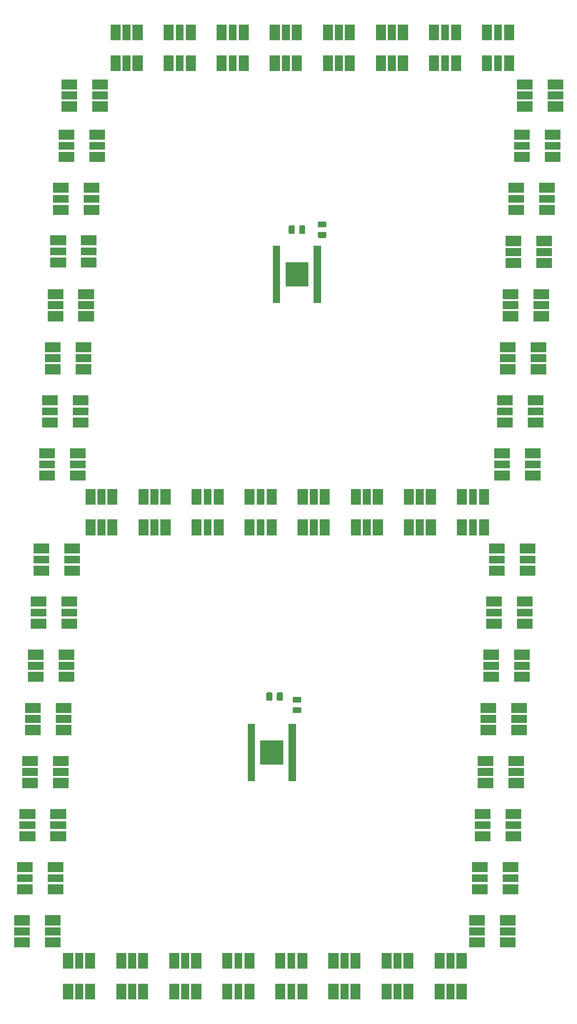
<source format=gbr>
G04 #@! TF.GenerationSoftware,KiCad,Pcbnew,(5.1.2)-1*
G04 #@! TF.CreationDate,2019-09-02T13:58:39+02:00*
G04 #@! TF.ProjectId,gross-kursiv2b,67726f73-732d-46b7-9572-73697632622e,rev?*
G04 #@! TF.SameCoordinates,Original*
G04 #@! TF.FileFunction,Soldermask,Top*
G04 #@! TF.FilePolarity,Negative*
%FSLAX46Y46*%
G04 Gerber Fmt 4.6, Leading zero omitted, Abs format (unit mm)*
G04 Created by KiCad (PCBNEW (5.1.2)-1) date 2019-09-02 13:58:39*
%MOMM*%
%LPD*%
G04 APERTURE LIST*
%ADD10C,0.100000*%
G04 APERTURE END LIST*
D10*
G36*
X68876000Y-192151000D02*
G01*
X67074000Y-192151000D01*
X67074000Y-189349000D01*
X68876000Y-189349000D01*
X68876000Y-192151000D01*
X68876000Y-192151000D01*
G37*
G36*
X83926000Y-192151000D02*
G01*
X82124000Y-192151000D01*
X82124000Y-189349000D01*
X83926000Y-189349000D01*
X83926000Y-192151000D01*
X83926000Y-192151000D01*
G37*
G36*
X112426000Y-192151000D02*
G01*
X110624000Y-192151000D01*
X110624000Y-189349000D01*
X112426000Y-189349000D01*
X112426000Y-192151000D01*
X112426000Y-192151000D01*
G37*
G36*
X116376000Y-192151000D02*
G01*
X114574000Y-192151000D01*
X114574000Y-189349000D01*
X116376000Y-189349000D01*
X116376000Y-192151000D01*
X116376000Y-192151000D01*
G37*
G36*
X106876000Y-192151000D02*
G01*
X105074000Y-192151000D01*
X105074000Y-189349000D01*
X106876000Y-189349000D01*
X106876000Y-192151000D01*
X106876000Y-192151000D01*
G37*
G36*
X104701000Y-192151000D02*
G01*
X103299000Y-192151000D01*
X103299000Y-189349000D01*
X104701000Y-189349000D01*
X104701000Y-192151000D01*
X104701000Y-192151000D01*
G37*
G36*
X102926000Y-192151000D02*
G01*
X101124000Y-192151000D01*
X101124000Y-189349000D01*
X102926000Y-189349000D01*
X102926000Y-192151000D01*
X102926000Y-192151000D01*
G37*
G36*
X97376000Y-192151000D02*
G01*
X95574000Y-192151000D01*
X95574000Y-189349000D01*
X97376000Y-189349000D01*
X97376000Y-192151000D01*
X97376000Y-192151000D01*
G37*
G36*
X95201000Y-192151000D02*
G01*
X93799000Y-192151000D01*
X93799000Y-189349000D01*
X95201000Y-189349000D01*
X95201000Y-192151000D01*
X95201000Y-192151000D01*
G37*
G36*
X93426000Y-192151000D02*
G01*
X91624000Y-192151000D01*
X91624000Y-189349000D01*
X93426000Y-189349000D01*
X93426000Y-192151000D01*
X93426000Y-192151000D01*
G37*
G36*
X87876000Y-192151000D02*
G01*
X86074000Y-192151000D01*
X86074000Y-189349000D01*
X87876000Y-189349000D01*
X87876000Y-192151000D01*
X87876000Y-192151000D01*
G37*
G36*
X85701000Y-192151000D02*
G01*
X84299000Y-192151000D01*
X84299000Y-189349000D01*
X85701000Y-189349000D01*
X85701000Y-192151000D01*
X85701000Y-192151000D01*
G37*
G36*
X114201000Y-192151000D02*
G01*
X112799000Y-192151000D01*
X112799000Y-189349000D01*
X114201000Y-189349000D01*
X114201000Y-192151000D01*
X114201000Y-192151000D01*
G37*
G36*
X47701000Y-192151000D02*
G01*
X46299000Y-192151000D01*
X46299000Y-189349000D01*
X47701000Y-189349000D01*
X47701000Y-192151000D01*
X47701000Y-192151000D01*
G37*
G36*
X49876000Y-192151000D02*
G01*
X48074000Y-192151000D01*
X48074000Y-189349000D01*
X49876000Y-189349000D01*
X49876000Y-192151000D01*
X49876000Y-192151000D01*
G37*
G36*
X66701000Y-192151000D02*
G01*
X65299000Y-192151000D01*
X65299000Y-189349000D01*
X66701000Y-189349000D01*
X66701000Y-192151000D01*
X66701000Y-192151000D01*
G37*
G36*
X64926000Y-192151000D02*
G01*
X63124000Y-192151000D01*
X63124000Y-189349000D01*
X64926000Y-189349000D01*
X64926000Y-192151000D01*
X64926000Y-192151000D01*
G37*
G36*
X78376000Y-192151000D02*
G01*
X76574000Y-192151000D01*
X76574000Y-189349000D01*
X78376000Y-189349000D01*
X78376000Y-192151000D01*
X78376000Y-192151000D01*
G37*
G36*
X76201000Y-192151000D02*
G01*
X74799000Y-192151000D01*
X74799000Y-189349000D01*
X76201000Y-189349000D01*
X76201000Y-192151000D01*
X76201000Y-192151000D01*
G37*
G36*
X74426000Y-192151000D02*
G01*
X72624000Y-192151000D01*
X72624000Y-189349000D01*
X74426000Y-189349000D01*
X74426000Y-192151000D01*
X74426000Y-192151000D01*
G37*
G36*
X55426000Y-192151000D02*
G01*
X53624000Y-192151000D01*
X53624000Y-189349000D01*
X55426000Y-189349000D01*
X55426000Y-192151000D01*
X55426000Y-192151000D01*
G37*
G36*
X57201000Y-192151000D02*
G01*
X55799000Y-192151000D01*
X55799000Y-189349000D01*
X57201000Y-189349000D01*
X57201000Y-192151000D01*
X57201000Y-192151000D01*
G37*
G36*
X59376000Y-192151000D02*
G01*
X57574000Y-192151000D01*
X57574000Y-189349000D01*
X59376000Y-189349000D01*
X59376000Y-192151000D01*
X59376000Y-192151000D01*
G37*
G36*
X45926000Y-192151000D02*
G01*
X44124000Y-192151000D01*
X44124000Y-189349000D01*
X45926000Y-189349000D01*
X45926000Y-192151000D01*
X45926000Y-192151000D01*
G37*
G36*
X85701000Y-186651000D02*
G01*
X84299000Y-186651000D01*
X84299000Y-183849000D01*
X85701000Y-183849000D01*
X85701000Y-186651000D01*
X85701000Y-186651000D01*
G37*
G36*
X87876000Y-186651000D02*
G01*
X86074000Y-186651000D01*
X86074000Y-183849000D01*
X87876000Y-183849000D01*
X87876000Y-186651000D01*
X87876000Y-186651000D01*
G37*
G36*
X45926000Y-186651000D02*
G01*
X44124000Y-186651000D01*
X44124000Y-183849000D01*
X45926000Y-183849000D01*
X45926000Y-186651000D01*
X45926000Y-186651000D01*
G37*
G36*
X47701000Y-186651000D02*
G01*
X46299000Y-186651000D01*
X46299000Y-183849000D01*
X47701000Y-183849000D01*
X47701000Y-186651000D01*
X47701000Y-186651000D01*
G37*
G36*
X49876000Y-186651000D02*
G01*
X48074000Y-186651000D01*
X48074000Y-183849000D01*
X49876000Y-183849000D01*
X49876000Y-186651000D01*
X49876000Y-186651000D01*
G37*
G36*
X55426000Y-186651000D02*
G01*
X53624000Y-186651000D01*
X53624000Y-183849000D01*
X55426000Y-183849000D01*
X55426000Y-186651000D01*
X55426000Y-186651000D01*
G37*
G36*
X57201000Y-186651000D02*
G01*
X55799000Y-186651000D01*
X55799000Y-183849000D01*
X57201000Y-183849000D01*
X57201000Y-186651000D01*
X57201000Y-186651000D01*
G37*
G36*
X78376000Y-186651000D02*
G01*
X76574000Y-186651000D01*
X76574000Y-183849000D01*
X78376000Y-183849000D01*
X78376000Y-186651000D01*
X78376000Y-186651000D01*
G37*
G36*
X76201000Y-186651000D02*
G01*
X74799000Y-186651000D01*
X74799000Y-183849000D01*
X76201000Y-183849000D01*
X76201000Y-186651000D01*
X76201000Y-186651000D01*
G37*
G36*
X74426000Y-186651000D02*
G01*
X72624000Y-186651000D01*
X72624000Y-183849000D01*
X74426000Y-183849000D01*
X74426000Y-186651000D01*
X74426000Y-186651000D01*
G37*
G36*
X66701000Y-186651000D02*
G01*
X65299000Y-186651000D01*
X65299000Y-183849000D01*
X66701000Y-183849000D01*
X66701000Y-186651000D01*
X66701000Y-186651000D01*
G37*
G36*
X64926000Y-186651000D02*
G01*
X63124000Y-186651000D01*
X63124000Y-183849000D01*
X64926000Y-183849000D01*
X64926000Y-186651000D01*
X64926000Y-186651000D01*
G37*
G36*
X97376000Y-186651000D02*
G01*
X95574000Y-186651000D01*
X95574000Y-183849000D01*
X97376000Y-183849000D01*
X97376000Y-186651000D01*
X97376000Y-186651000D01*
G37*
G36*
X95201000Y-186651000D02*
G01*
X93799000Y-186651000D01*
X93799000Y-183849000D01*
X95201000Y-183849000D01*
X95201000Y-186651000D01*
X95201000Y-186651000D01*
G37*
G36*
X93426000Y-186651000D02*
G01*
X91624000Y-186651000D01*
X91624000Y-183849000D01*
X93426000Y-183849000D01*
X93426000Y-186651000D01*
X93426000Y-186651000D01*
G37*
G36*
X59376000Y-186651000D02*
G01*
X57574000Y-186651000D01*
X57574000Y-183849000D01*
X59376000Y-183849000D01*
X59376000Y-186651000D01*
X59376000Y-186651000D01*
G37*
G36*
X116376000Y-186651000D02*
G01*
X114574000Y-186651000D01*
X114574000Y-183849000D01*
X116376000Y-183849000D01*
X116376000Y-186651000D01*
X116376000Y-186651000D01*
G37*
G36*
X102926000Y-186651000D02*
G01*
X101124000Y-186651000D01*
X101124000Y-183849000D01*
X102926000Y-183849000D01*
X102926000Y-186651000D01*
X102926000Y-186651000D01*
G37*
G36*
X104701000Y-186651000D02*
G01*
X103299000Y-186651000D01*
X103299000Y-183849000D01*
X104701000Y-183849000D01*
X104701000Y-186651000D01*
X104701000Y-186651000D01*
G37*
G36*
X106876000Y-186651000D02*
G01*
X105074000Y-186651000D01*
X105074000Y-183849000D01*
X106876000Y-183849000D01*
X106876000Y-186651000D01*
X106876000Y-186651000D01*
G37*
G36*
X114201000Y-186651000D02*
G01*
X112799000Y-186651000D01*
X112799000Y-183849000D01*
X114201000Y-183849000D01*
X114201000Y-186651000D01*
X114201000Y-186651000D01*
G37*
G36*
X68876000Y-186651000D02*
G01*
X67074000Y-186651000D01*
X67074000Y-183849000D01*
X68876000Y-183849000D01*
X68876000Y-186651000D01*
X68876000Y-186651000D01*
G37*
G36*
X112426000Y-186651000D02*
G01*
X110624000Y-186651000D01*
X110624000Y-183849000D01*
X112426000Y-183849000D01*
X112426000Y-186651000D01*
X112426000Y-186651000D01*
G37*
G36*
X83926000Y-186651000D02*
G01*
X82124000Y-186651000D01*
X82124000Y-183849000D01*
X83926000Y-183849000D01*
X83926000Y-186651000D01*
X83926000Y-186651000D01*
G37*
G36*
X38151000Y-182876000D02*
G01*
X35349000Y-182876000D01*
X35349000Y-181074000D01*
X38151000Y-181074000D01*
X38151000Y-182876000D01*
X38151000Y-182876000D01*
G37*
G36*
X43651000Y-182876000D02*
G01*
X40849000Y-182876000D01*
X40849000Y-181074000D01*
X43651000Y-181074000D01*
X43651000Y-182876000D01*
X43651000Y-182876000D01*
G37*
G36*
X125151000Y-182876000D02*
G01*
X122349000Y-182876000D01*
X122349000Y-181074000D01*
X125151000Y-181074000D01*
X125151000Y-182876000D01*
X125151000Y-182876000D01*
G37*
G36*
X119651000Y-182876000D02*
G01*
X116849000Y-182876000D01*
X116849000Y-181074000D01*
X119651000Y-181074000D01*
X119651000Y-182876000D01*
X119651000Y-182876000D01*
G37*
G36*
X43651000Y-180701000D02*
G01*
X40849000Y-180701000D01*
X40849000Y-179299000D01*
X43651000Y-179299000D01*
X43651000Y-180701000D01*
X43651000Y-180701000D01*
G37*
G36*
X125151000Y-180701000D02*
G01*
X122349000Y-180701000D01*
X122349000Y-179299000D01*
X125151000Y-179299000D01*
X125151000Y-180701000D01*
X125151000Y-180701000D01*
G37*
G36*
X119651000Y-180701000D02*
G01*
X116849000Y-180701000D01*
X116849000Y-179299000D01*
X119651000Y-179299000D01*
X119651000Y-180701000D01*
X119651000Y-180701000D01*
G37*
G36*
X38151000Y-180701000D02*
G01*
X35349000Y-180701000D01*
X35349000Y-179299000D01*
X38151000Y-179299000D01*
X38151000Y-180701000D01*
X38151000Y-180701000D01*
G37*
G36*
X119651000Y-178926000D02*
G01*
X116849000Y-178926000D01*
X116849000Y-177124000D01*
X119651000Y-177124000D01*
X119651000Y-178926000D01*
X119651000Y-178926000D01*
G37*
G36*
X38151000Y-178926000D02*
G01*
X35349000Y-178926000D01*
X35349000Y-177124000D01*
X38151000Y-177124000D01*
X38151000Y-178926000D01*
X38151000Y-178926000D01*
G37*
G36*
X43651000Y-178926000D02*
G01*
X40849000Y-178926000D01*
X40849000Y-177124000D01*
X43651000Y-177124000D01*
X43651000Y-178926000D01*
X43651000Y-178926000D01*
G37*
G36*
X125151000Y-178926000D02*
G01*
X122349000Y-178926000D01*
X122349000Y-177124000D01*
X125151000Y-177124000D01*
X125151000Y-178926000D01*
X125151000Y-178926000D01*
G37*
G36*
X44151000Y-173376000D02*
G01*
X41349000Y-173376000D01*
X41349000Y-171574000D01*
X44151000Y-171574000D01*
X44151000Y-173376000D01*
X44151000Y-173376000D01*
G37*
G36*
X38651000Y-173376000D02*
G01*
X35849000Y-173376000D01*
X35849000Y-171574000D01*
X38651000Y-171574000D01*
X38651000Y-173376000D01*
X38651000Y-173376000D01*
G37*
G36*
X125651000Y-173376000D02*
G01*
X122849000Y-173376000D01*
X122849000Y-171574000D01*
X125651000Y-171574000D01*
X125651000Y-173376000D01*
X125651000Y-173376000D01*
G37*
G36*
X120151000Y-173376000D02*
G01*
X117349000Y-173376000D01*
X117349000Y-171574000D01*
X120151000Y-171574000D01*
X120151000Y-173376000D01*
X120151000Y-173376000D01*
G37*
G36*
X44151000Y-171201000D02*
G01*
X41349000Y-171201000D01*
X41349000Y-169799000D01*
X44151000Y-169799000D01*
X44151000Y-171201000D01*
X44151000Y-171201000D01*
G37*
G36*
X38651000Y-171201000D02*
G01*
X35849000Y-171201000D01*
X35849000Y-169799000D01*
X38651000Y-169799000D01*
X38651000Y-171201000D01*
X38651000Y-171201000D01*
G37*
G36*
X125651000Y-171201000D02*
G01*
X122849000Y-171201000D01*
X122849000Y-169799000D01*
X125651000Y-169799000D01*
X125651000Y-171201000D01*
X125651000Y-171201000D01*
G37*
G36*
X120151000Y-171201000D02*
G01*
X117349000Y-171201000D01*
X117349000Y-169799000D01*
X120151000Y-169799000D01*
X120151000Y-171201000D01*
X120151000Y-171201000D01*
G37*
G36*
X120151000Y-169426000D02*
G01*
X117349000Y-169426000D01*
X117349000Y-167624000D01*
X120151000Y-167624000D01*
X120151000Y-169426000D01*
X120151000Y-169426000D01*
G37*
G36*
X38651000Y-169426000D02*
G01*
X35849000Y-169426000D01*
X35849000Y-167624000D01*
X38651000Y-167624000D01*
X38651000Y-169426000D01*
X38651000Y-169426000D01*
G37*
G36*
X44151000Y-169426000D02*
G01*
X41349000Y-169426000D01*
X41349000Y-167624000D01*
X44151000Y-167624000D01*
X44151000Y-169426000D01*
X44151000Y-169426000D01*
G37*
G36*
X125651000Y-169426000D02*
G01*
X122849000Y-169426000D01*
X122849000Y-167624000D01*
X125651000Y-167624000D01*
X125651000Y-169426000D01*
X125651000Y-169426000D01*
G37*
G36*
X120651000Y-163876000D02*
G01*
X117849000Y-163876000D01*
X117849000Y-162074000D01*
X120651000Y-162074000D01*
X120651000Y-163876000D01*
X120651000Y-163876000D01*
G37*
G36*
X126151000Y-163876000D02*
G01*
X123349000Y-163876000D01*
X123349000Y-162074000D01*
X126151000Y-162074000D01*
X126151000Y-163876000D01*
X126151000Y-163876000D01*
G37*
G36*
X39151000Y-163876000D02*
G01*
X36349000Y-163876000D01*
X36349000Y-162074000D01*
X39151000Y-162074000D01*
X39151000Y-163876000D01*
X39151000Y-163876000D01*
G37*
G36*
X44651000Y-163876000D02*
G01*
X41849000Y-163876000D01*
X41849000Y-162074000D01*
X44651000Y-162074000D01*
X44651000Y-163876000D01*
X44651000Y-163876000D01*
G37*
G36*
X44651000Y-161701000D02*
G01*
X41849000Y-161701000D01*
X41849000Y-160299000D01*
X44651000Y-160299000D01*
X44651000Y-161701000D01*
X44651000Y-161701000D01*
G37*
G36*
X39151000Y-161701000D02*
G01*
X36349000Y-161701000D01*
X36349000Y-160299000D01*
X39151000Y-160299000D01*
X39151000Y-161701000D01*
X39151000Y-161701000D01*
G37*
G36*
X120651000Y-161701000D02*
G01*
X117849000Y-161701000D01*
X117849000Y-160299000D01*
X120651000Y-160299000D01*
X120651000Y-161701000D01*
X120651000Y-161701000D01*
G37*
G36*
X126151000Y-161701000D02*
G01*
X123349000Y-161701000D01*
X123349000Y-160299000D01*
X126151000Y-160299000D01*
X126151000Y-161701000D01*
X126151000Y-161701000D01*
G37*
G36*
X126151000Y-159926000D02*
G01*
X123349000Y-159926000D01*
X123349000Y-158124000D01*
X126151000Y-158124000D01*
X126151000Y-159926000D01*
X126151000Y-159926000D01*
G37*
G36*
X120651000Y-159926000D02*
G01*
X117849000Y-159926000D01*
X117849000Y-158124000D01*
X120651000Y-158124000D01*
X120651000Y-159926000D01*
X120651000Y-159926000D01*
G37*
G36*
X44651000Y-159926000D02*
G01*
X41849000Y-159926000D01*
X41849000Y-158124000D01*
X44651000Y-158124000D01*
X44651000Y-159926000D01*
X44651000Y-159926000D01*
G37*
G36*
X39151000Y-159926000D02*
G01*
X36349000Y-159926000D01*
X36349000Y-158124000D01*
X39151000Y-158124000D01*
X39151000Y-159926000D01*
X39151000Y-159926000D01*
G37*
G36*
X45151000Y-154376000D02*
G01*
X42349000Y-154376000D01*
X42349000Y-152574000D01*
X45151000Y-152574000D01*
X45151000Y-154376000D01*
X45151000Y-154376000D01*
G37*
G36*
X39651000Y-154376000D02*
G01*
X36849000Y-154376000D01*
X36849000Y-152574000D01*
X39651000Y-152574000D01*
X39651000Y-154376000D01*
X39651000Y-154376000D01*
G37*
G36*
X126651000Y-154376000D02*
G01*
X123849000Y-154376000D01*
X123849000Y-152574000D01*
X126651000Y-152574000D01*
X126651000Y-154376000D01*
X126651000Y-154376000D01*
G37*
G36*
X121151000Y-154376000D02*
G01*
X118349000Y-154376000D01*
X118349000Y-152574000D01*
X121151000Y-152574000D01*
X121151000Y-154376000D01*
X121151000Y-154376000D01*
G37*
G36*
X78501000Y-153126000D02*
G01*
X77199000Y-153126000D01*
X77199000Y-142874000D01*
X78501000Y-142874000D01*
X78501000Y-153126000D01*
X78501000Y-153126000D01*
G37*
G36*
X85801000Y-153126000D02*
G01*
X84499000Y-153126000D01*
X84499000Y-142874000D01*
X85801000Y-142874000D01*
X85801000Y-153126000D01*
X85801000Y-153126000D01*
G37*
G36*
X45151000Y-152201000D02*
G01*
X42349000Y-152201000D01*
X42349000Y-150799000D01*
X45151000Y-150799000D01*
X45151000Y-152201000D01*
X45151000Y-152201000D01*
G37*
G36*
X39651000Y-152201000D02*
G01*
X36849000Y-152201000D01*
X36849000Y-150799000D01*
X39651000Y-150799000D01*
X39651000Y-152201000D01*
X39651000Y-152201000D01*
G37*
G36*
X121151000Y-152201000D02*
G01*
X118349000Y-152201000D01*
X118349000Y-150799000D01*
X121151000Y-150799000D01*
X121151000Y-152201000D01*
X121151000Y-152201000D01*
G37*
G36*
X126651000Y-152201000D02*
G01*
X123849000Y-152201000D01*
X123849000Y-150799000D01*
X126651000Y-150799000D01*
X126651000Y-152201000D01*
X126651000Y-152201000D01*
G37*
G36*
X45151000Y-150426000D02*
G01*
X42349000Y-150426000D01*
X42349000Y-148624000D01*
X45151000Y-148624000D01*
X45151000Y-150426000D01*
X45151000Y-150426000D01*
G37*
G36*
X39651000Y-150426000D02*
G01*
X36849000Y-150426000D01*
X36849000Y-148624000D01*
X39651000Y-148624000D01*
X39651000Y-150426000D01*
X39651000Y-150426000D01*
G37*
G36*
X126651000Y-150426000D02*
G01*
X123849000Y-150426000D01*
X123849000Y-148624000D01*
X126651000Y-148624000D01*
X126651000Y-150426000D01*
X126651000Y-150426000D01*
G37*
G36*
X121151000Y-150426000D02*
G01*
X118349000Y-150426000D01*
X118349000Y-148624000D01*
X121151000Y-148624000D01*
X121151000Y-150426000D01*
X121151000Y-150426000D01*
G37*
G36*
X83555000Y-150180000D02*
G01*
X79445000Y-150180000D01*
X79445000Y-145820000D01*
X83555000Y-145820000D01*
X83555000Y-150180000D01*
X83555000Y-150180000D01*
G37*
G36*
X121651000Y-144876000D02*
G01*
X118849000Y-144876000D01*
X118849000Y-143074000D01*
X121651000Y-143074000D01*
X121651000Y-144876000D01*
X121651000Y-144876000D01*
G37*
G36*
X127151000Y-144876000D02*
G01*
X124349000Y-144876000D01*
X124349000Y-143074000D01*
X127151000Y-143074000D01*
X127151000Y-144876000D01*
X127151000Y-144876000D01*
G37*
G36*
X40151000Y-144876000D02*
G01*
X37349000Y-144876000D01*
X37349000Y-143074000D01*
X40151000Y-143074000D01*
X40151000Y-144876000D01*
X40151000Y-144876000D01*
G37*
G36*
X45651000Y-144876000D02*
G01*
X42849000Y-144876000D01*
X42849000Y-143074000D01*
X45651000Y-143074000D01*
X45651000Y-144876000D01*
X45651000Y-144876000D01*
G37*
G36*
X121651000Y-142701000D02*
G01*
X118849000Y-142701000D01*
X118849000Y-141299000D01*
X121651000Y-141299000D01*
X121651000Y-142701000D01*
X121651000Y-142701000D01*
G37*
G36*
X127151000Y-142701000D02*
G01*
X124349000Y-142701000D01*
X124349000Y-141299000D01*
X127151000Y-141299000D01*
X127151000Y-142701000D01*
X127151000Y-142701000D01*
G37*
G36*
X40151000Y-142701000D02*
G01*
X37349000Y-142701000D01*
X37349000Y-141299000D01*
X40151000Y-141299000D01*
X40151000Y-142701000D01*
X40151000Y-142701000D01*
G37*
G36*
X45651000Y-142701000D02*
G01*
X42849000Y-142701000D01*
X42849000Y-141299000D01*
X45651000Y-141299000D01*
X45651000Y-142701000D01*
X45651000Y-142701000D01*
G37*
G36*
X86584468Y-139903565D02*
G01*
X86623138Y-139915296D01*
X86658777Y-139934346D01*
X86690017Y-139959983D01*
X86715654Y-139991223D01*
X86734704Y-140026862D01*
X86746435Y-140065532D01*
X86751000Y-140111888D01*
X86751000Y-140763112D01*
X86746435Y-140809468D01*
X86734704Y-140848138D01*
X86715654Y-140883777D01*
X86690017Y-140915017D01*
X86658777Y-140940654D01*
X86623138Y-140959704D01*
X86584468Y-140971435D01*
X86538112Y-140976000D01*
X85461888Y-140976000D01*
X85415532Y-140971435D01*
X85376862Y-140959704D01*
X85341223Y-140940654D01*
X85309983Y-140915017D01*
X85284346Y-140883777D01*
X85265296Y-140848138D01*
X85253565Y-140809468D01*
X85249000Y-140763112D01*
X85249000Y-140111888D01*
X85253565Y-140065532D01*
X85265296Y-140026862D01*
X85284346Y-139991223D01*
X85309983Y-139959983D01*
X85341223Y-139934346D01*
X85376862Y-139915296D01*
X85415532Y-139903565D01*
X85461888Y-139899000D01*
X86538112Y-139899000D01*
X86584468Y-139903565D01*
X86584468Y-139903565D01*
G37*
G36*
X121651000Y-140926000D02*
G01*
X118849000Y-140926000D01*
X118849000Y-139124000D01*
X121651000Y-139124000D01*
X121651000Y-140926000D01*
X121651000Y-140926000D01*
G37*
G36*
X127151000Y-140926000D02*
G01*
X124349000Y-140926000D01*
X124349000Y-139124000D01*
X127151000Y-139124000D01*
X127151000Y-140926000D01*
X127151000Y-140926000D01*
G37*
G36*
X40151000Y-140926000D02*
G01*
X37349000Y-140926000D01*
X37349000Y-139124000D01*
X40151000Y-139124000D01*
X40151000Y-140926000D01*
X40151000Y-140926000D01*
G37*
G36*
X45651000Y-140926000D02*
G01*
X42849000Y-140926000D01*
X42849000Y-139124000D01*
X45651000Y-139124000D01*
X45651000Y-140926000D01*
X45651000Y-140926000D01*
G37*
G36*
X86584468Y-138028565D02*
G01*
X86623138Y-138040296D01*
X86658777Y-138059346D01*
X86690017Y-138084983D01*
X86715654Y-138116223D01*
X86734704Y-138151862D01*
X86746435Y-138190532D01*
X86751000Y-138236888D01*
X86751000Y-138888112D01*
X86746435Y-138934468D01*
X86734704Y-138973138D01*
X86715654Y-139008777D01*
X86690017Y-139040017D01*
X86658777Y-139065654D01*
X86623138Y-139084704D01*
X86584468Y-139096435D01*
X86538112Y-139101000D01*
X85461888Y-139101000D01*
X85415532Y-139096435D01*
X85376862Y-139084704D01*
X85341223Y-139065654D01*
X85309983Y-139040017D01*
X85284346Y-139008777D01*
X85265296Y-138973138D01*
X85253565Y-138934468D01*
X85249000Y-138888112D01*
X85249000Y-138236888D01*
X85253565Y-138190532D01*
X85265296Y-138151862D01*
X85284346Y-138116223D01*
X85309983Y-138084983D01*
X85341223Y-138059346D01*
X85376862Y-138040296D01*
X85415532Y-138028565D01*
X85461888Y-138024000D01*
X86538112Y-138024000D01*
X86584468Y-138028565D01*
X86584468Y-138028565D01*
G37*
G36*
X83309468Y-137253565D02*
G01*
X83348138Y-137265296D01*
X83383777Y-137284346D01*
X83415017Y-137309983D01*
X83440654Y-137341223D01*
X83459704Y-137376862D01*
X83471435Y-137415532D01*
X83476000Y-137461888D01*
X83476000Y-138538112D01*
X83471435Y-138584468D01*
X83459704Y-138623138D01*
X83440654Y-138658777D01*
X83415017Y-138690017D01*
X83383777Y-138715654D01*
X83348138Y-138734704D01*
X83309468Y-138746435D01*
X83263112Y-138751000D01*
X82611888Y-138751000D01*
X82565532Y-138746435D01*
X82526862Y-138734704D01*
X82491223Y-138715654D01*
X82459983Y-138690017D01*
X82434346Y-138658777D01*
X82415296Y-138623138D01*
X82403565Y-138584468D01*
X82399000Y-138538112D01*
X82399000Y-137461888D01*
X82403565Y-137415532D01*
X82415296Y-137376862D01*
X82434346Y-137341223D01*
X82459983Y-137309983D01*
X82491223Y-137284346D01*
X82526862Y-137265296D01*
X82565532Y-137253565D01*
X82611888Y-137249000D01*
X83263112Y-137249000D01*
X83309468Y-137253565D01*
X83309468Y-137253565D01*
G37*
G36*
X81434468Y-137253565D02*
G01*
X81473138Y-137265296D01*
X81508777Y-137284346D01*
X81540017Y-137309983D01*
X81565654Y-137341223D01*
X81584704Y-137376862D01*
X81596435Y-137415532D01*
X81601000Y-137461888D01*
X81601000Y-138538112D01*
X81596435Y-138584468D01*
X81584704Y-138623138D01*
X81565654Y-138658777D01*
X81540017Y-138690017D01*
X81508777Y-138715654D01*
X81473138Y-138734704D01*
X81434468Y-138746435D01*
X81388112Y-138751000D01*
X80736888Y-138751000D01*
X80690532Y-138746435D01*
X80651862Y-138734704D01*
X80616223Y-138715654D01*
X80584983Y-138690017D01*
X80559346Y-138658777D01*
X80540296Y-138623138D01*
X80528565Y-138584468D01*
X80524000Y-138538112D01*
X80524000Y-137461888D01*
X80528565Y-137415532D01*
X80540296Y-137376862D01*
X80559346Y-137341223D01*
X80584983Y-137309983D01*
X80616223Y-137284346D01*
X80651862Y-137265296D01*
X80690532Y-137253565D01*
X80736888Y-137249000D01*
X81388112Y-137249000D01*
X81434468Y-137253565D01*
X81434468Y-137253565D01*
G37*
G36*
X46151000Y-135376000D02*
G01*
X43349000Y-135376000D01*
X43349000Y-133574000D01*
X46151000Y-133574000D01*
X46151000Y-135376000D01*
X46151000Y-135376000D01*
G37*
G36*
X40651000Y-135376000D02*
G01*
X37849000Y-135376000D01*
X37849000Y-133574000D01*
X40651000Y-133574000D01*
X40651000Y-135376000D01*
X40651000Y-135376000D01*
G37*
G36*
X122151000Y-135376000D02*
G01*
X119349000Y-135376000D01*
X119349000Y-133574000D01*
X122151000Y-133574000D01*
X122151000Y-135376000D01*
X122151000Y-135376000D01*
G37*
G36*
X127651000Y-135376000D02*
G01*
X124849000Y-135376000D01*
X124849000Y-133574000D01*
X127651000Y-133574000D01*
X127651000Y-135376000D01*
X127651000Y-135376000D01*
G37*
G36*
X46151000Y-133201000D02*
G01*
X43349000Y-133201000D01*
X43349000Y-131799000D01*
X46151000Y-131799000D01*
X46151000Y-133201000D01*
X46151000Y-133201000D01*
G37*
G36*
X40651000Y-133201000D02*
G01*
X37849000Y-133201000D01*
X37849000Y-131799000D01*
X40651000Y-131799000D01*
X40651000Y-133201000D01*
X40651000Y-133201000D01*
G37*
G36*
X127651000Y-133201000D02*
G01*
X124849000Y-133201000D01*
X124849000Y-131799000D01*
X127651000Y-131799000D01*
X127651000Y-133201000D01*
X127651000Y-133201000D01*
G37*
G36*
X122151000Y-133201000D02*
G01*
X119349000Y-133201000D01*
X119349000Y-131799000D01*
X122151000Y-131799000D01*
X122151000Y-133201000D01*
X122151000Y-133201000D01*
G37*
G36*
X122151000Y-131426000D02*
G01*
X119349000Y-131426000D01*
X119349000Y-129624000D01*
X122151000Y-129624000D01*
X122151000Y-131426000D01*
X122151000Y-131426000D01*
G37*
G36*
X127651000Y-131426000D02*
G01*
X124849000Y-131426000D01*
X124849000Y-129624000D01*
X127651000Y-129624000D01*
X127651000Y-131426000D01*
X127651000Y-131426000D01*
G37*
G36*
X46151000Y-131426000D02*
G01*
X43349000Y-131426000D01*
X43349000Y-129624000D01*
X46151000Y-129624000D01*
X46151000Y-131426000D01*
X46151000Y-131426000D01*
G37*
G36*
X40651000Y-131426000D02*
G01*
X37849000Y-131426000D01*
X37849000Y-129624000D01*
X40651000Y-129624000D01*
X40651000Y-131426000D01*
X40651000Y-131426000D01*
G37*
G36*
X128151000Y-125876000D02*
G01*
X125349000Y-125876000D01*
X125349000Y-124074000D01*
X128151000Y-124074000D01*
X128151000Y-125876000D01*
X128151000Y-125876000D01*
G37*
G36*
X122651000Y-125876000D02*
G01*
X119849000Y-125876000D01*
X119849000Y-124074000D01*
X122651000Y-124074000D01*
X122651000Y-125876000D01*
X122651000Y-125876000D01*
G37*
G36*
X46651000Y-125876000D02*
G01*
X43849000Y-125876000D01*
X43849000Y-124074000D01*
X46651000Y-124074000D01*
X46651000Y-125876000D01*
X46651000Y-125876000D01*
G37*
G36*
X41151000Y-125876000D02*
G01*
X38349000Y-125876000D01*
X38349000Y-124074000D01*
X41151000Y-124074000D01*
X41151000Y-125876000D01*
X41151000Y-125876000D01*
G37*
G36*
X46651000Y-123701000D02*
G01*
X43849000Y-123701000D01*
X43849000Y-122299000D01*
X46651000Y-122299000D01*
X46651000Y-123701000D01*
X46651000Y-123701000D01*
G37*
G36*
X128151000Y-123701000D02*
G01*
X125349000Y-123701000D01*
X125349000Y-122299000D01*
X128151000Y-122299000D01*
X128151000Y-123701000D01*
X128151000Y-123701000D01*
G37*
G36*
X122651000Y-123701000D02*
G01*
X119849000Y-123701000D01*
X119849000Y-122299000D01*
X122651000Y-122299000D01*
X122651000Y-123701000D01*
X122651000Y-123701000D01*
G37*
G36*
X41151000Y-123701000D02*
G01*
X38349000Y-123701000D01*
X38349000Y-122299000D01*
X41151000Y-122299000D01*
X41151000Y-123701000D01*
X41151000Y-123701000D01*
G37*
G36*
X46651000Y-121926000D02*
G01*
X43849000Y-121926000D01*
X43849000Y-120124000D01*
X46651000Y-120124000D01*
X46651000Y-121926000D01*
X46651000Y-121926000D01*
G37*
G36*
X128151000Y-121926000D02*
G01*
X125349000Y-121926000D01*
X125349000Y-120124000D01*
X128151000Y-120124000D01*
X128151000Y-121926000D01*
X128151000Y-121926000D01*
G37*
G36*
X122651000Y-121926000D02*
G01*
X119849000Y-121926000D01*
X119849000Y-120124000D01*
X122651000Y-120124000D01*
X122651000Y-121926000D01*
X122651000Y-121926000D01*
G37*
G36*
X41151000Y-121926000D02*
G01*
X38349000Y-121926000D01*
X38349000Y-120124000D01*
X41151000Y-120124000D01*
X41151000Y-121926000D01*
X41151000Y-121926000D01*
G37*
G36*
X41651000Y-116376000D02*
G01*
X38849000Y-116376000D01*
X38849000Y-114574000D01*
X41651000Y-114574000D01*
X41651000Y-116376000D01*
X41651000Y-116376000D01*
G37*
G36*
X47151000Y-116376000D02*
G01*
X44349000Y-116376000D01*
X44349000Y-114574000D01*
X47151000Y-114574000D01*
X47151000Y-116376000D01*
X47151000Y-116376000D01*
G37*
G36*
X123151000Y-116376000D02*
G01*
X120349000Y-116376000D01*
X120349000Y-114574000D01*
X123151000Y-114574000D01*
X123151000Y-116376000D01*
X123151000Y-116376000D01*
G37*
G36*
X128651000Y-116376000D02*
G01*
X125849000Y-116376000D01*
X125849000Y-114574000D01*
X128651000Y-114574000D01*
X128651000Y-116376000D01*
X128651000Y-116376000D01*
G37*
G36*
X41651000Y-114201000D02*
G01*
X38849000Y-114201000D01*
X38849000Y-112799000D01*
X41651000Y-112799000D01*
X41651000Y-114201000D01*
X41651000Y-114201000D01*
G37*
G36*
X47151000Y-114201000D02*
G01*
X44349000Y-114201000D01*
X44349000Y-112799000D01*
X47151000Y-112799000D01*
X47151000Y-114201000D01*
X47151000Y-114201000D01*
G37*
G36*
X128651000Y-114201000D02*
G01*
X125849000Y-114201000D01*
X125849000Y-112799000D01*
X128651000Y-112799000D01*
X128651000Y-114201000D01*
X128651000Y-114201000D01*
G37*
G36*
X123151000Y-114201000D02*
G01*
X120349000Y-114201000D01*
X120349000Y-112799000D01*
X123151000Y-112799000D01*
X123151000Y-114201000D01*
X123151000Y-114201000D01*
G37*
G36*
X123151000Y-112426000D02*
G01*
X120349000Y-112426000D01*
X120349000Y-110624000D01*
X123151000Y-110624000D01*
X123151000Y-112426000D01*
X123151000Y-112426000D01*
G37*
G36*
X128651000Y-112426000D02*
G01*
X125849000Y-112426000D01*
X125849000Y-110624000D01*
X128651000Y-110624000D01*
X128651000Y-112426000D01*
X128651000Y-112426000D01*
G37*
G36*
X41651000Y-112426000D02*
G01*
X38849000Y-112426000D01*
X38849000Y-110624000D01*
X41651000Y-110624000D01*
X41651000Y-112426000D01*
X41651000Y-112426000D01*
G37*
G36*
X47151000Y-112426000D02*
G01*
X44349000Y-112426000D01*
X44349000Y-110624000D01*
X47151000Y-110624000D01*
X47151000Y-112426000D01*
X47151000Y-112426000D01*
G37*
G36*
X80201000Y-109151000D02*
G01*
X78799000Y-109151000D01*
X78799000Y-106349000D01*
X80201000Y-106349000D01*
X80201000Y-109151000D01*
X80201000Y-109151000D01*
G37*
G36*
X118201000Y-109151000D02*
G01*
X116799000Y-109151000D01*
X116799000Y-106349000D01*
X118201000Y-106349000D01*
X118201000Y-109151000D01*
X118201000Y-109151000D01*
G37*
G36*
X89701000Y-109151000D02*
G01*
X88299000Y-109151000D01*
X88299000Y-106349000D01*
X89701000Y-106349000D01*
X89701000Y-109151000D01*
X89701000Y-109151000D01*
G37*
G36*
X91876000Y-109151000D02*
G01*
X90074000Y-109151000D01*
X90074000Y-106349000D01*
X91876000Y-106349000D01*
X91876000Y-109151000D01*
X91876000Y-109151000D01*
G37*
G36*
X97426000Y-109151000D02*
G01*
X95624000Y-109151000D01*
X95624000Y-106349000D01*
X97426000Y-106349000D01*
X97426000Y-109151000D01*
X97426000Y-109151000D01*
G37*
G36*
X99201000Y-109151000D02*
G01*
X97799000Y-109151000D01*
X97799000Y-106349000D01*
X99201000Y-106349000D01*
X99201000Y-109151000D01*
X99201000Y-109151000D01*
G37*
G36*
X101376000Y-109151000D02*
G01*
X99574000Y-109151000D01*
X99574000Y-106349000D01*
X101376000Y-106349000D01*
X101376000Y-109151000D01*
X101376000Y-109151000D01*
G37*
G36*
X106926000Y-109151000D02*
G01*
X105124000Y-109151000D01*
X105124000Y-106349000D01*
X106926000Y-106349000D01*
X106926000Y-109151000D01*
X106926000Y-109151000D01*
G37*
G36*
X108701000Y-109151000D02*
G01*
X107299000Y-109151000D01*
X107299000Y-106349000D01*
X108701000Y-106349000D01*
X108701000Y-109151000D01*
X108701000Y-109151000D01*
G37*
G36*
X110876000Y-109151000D02*
G01*
X109074000Y-109151000D01*
X109074000Y-106349000D01*
X110876000Y-106349000D01*
X110876000Y-109151000D01*
X110876000Y-109151000D01*
G37*
G36*
X116426000Y-109151000D02*
G01*
X114624000Y-109151000D01*
X114624000Y-106349000D01*
X116426000Y-106349000D01*
X116426000Y-109151000D01*
X116426000Y-109151000D01*
G37*
G36*
X87926000Y-109151000D02*
G01*
X86124000Y-109151000D01*
X86124000Y-106349000D01*
X87926000Y-106349000D01*
X87926000Y-109151000D01*
X87926000Y-109151000D01*
G37*
G36*
X63376000Y-109151000D02*
G01*
X61574000Y-109151000D01*
X61574000Y-106349000D01*
X63376000Y-106349000D01*
X63376000Y-109151000D01*
X63376000Y-109151000D01*
G37*
G36*
X61201000Y-109151000D02*
G01*
X59799000Y-109151000D01*
X59799000Y-106349000D01*
X61201000Y-106349000D01*
X61201000Y-109151000D01*
X61201000Y-109151000D01*
G37*
G36*
X59426000Y-109151000D02*
G01*
X57624000Y-109151000D01*
X57624000Y-106349000D01*
X59426000Y-106349000D01*
X59426000Y-109151000D01*
X59426000Y-109151000D01*
G37*
G36*
X70701000Y-109151000D02*
G01*
X69299000Y-109151000D01*
X69299000Y-106349000D01*
X70701000Y-106349000D01*
X70701000Y-109151000D01*
X70701000Y-109151000D01*
G37*
G36*
X68926000Y-109151000D02*
G01*
X67124000Y-109151000D01*
X67124000Y-106349000D01*
X68926000Y-106349000D01*
X68926000Y-109151000D01*
X68926000Y-109151000D01*
G37*
G36*
X82376000Y-109151000D02*
G01*
X80574000Y-109151000D01*
X80574000Y-106349000D01*
X82376000Y-106349000D01*
X82376000Y-109151000D01*
X82376000Y-109151000D01*
G37*
G36*
X78426000Y-109151000D02*
G01*
X76624000Y-109151000D01*
X76624000Y-106349000D01*
X78426000Y-106349000D01*
X78426000Y-109151000D01*
X78426000Y-109151000D01*
G37*
G36*
X49926000Y-109151000D02*
G01*
X48124000Y-109151000D01*
X48124000Y-106349000D01*
X49926000Y-106349000D01*
X49926000Y-109151000D01*
X49926000Y-109151000D01*
G37*
G36*
X51701000Y-109151000D02*
G01*
X50299000Y-109151000D01*
X50299000Y-106349000D01*
X51701000Y-106349000D01*
X51701000Y-109151000D01*
X51701000Y-109151000D01*
G37*
G36*
X120376000Y-109151000D02*
G01*
X118574000Y-109151000D01*
X118574000Y-106349000D01*
X120376000Y-106349000D01*
X120376000Y-109151000D01*
X120376000Y-109151000D01*
G37*
G36*
X53876000Y-109151000D02*
G01*
X52074000Y-109151000D01*
X52074000Y-106349000D01*
X53876000Y-106349000D01*
X53876000Y-109151000D01*
X53876000Y-109151000D01*
G37*
G36*
X72876000Y-109151000D02*
G01*
X71074000Y-109151000D01*
X71074000Y-106349000D01*
X72876000Y-106349000D01*
X72876000Y-109151000D01*
X72876000Y-109151000D01*
G37*
G36*
X97426000Y-103651000D02*
G01*
X95624000Y-103651000D01*
X95624000Y-100849000D01*
X97426000Y-100849000D01*
X97426000Y-103651000D01*
X97426000Y-103651000D01*
G37*
G36*
X91876000Y-103651000D02*
G01*
X90074000Y-103651000D01*
X90074000Y-100849000D01*
X91876000Y-100849000D01*
X91876000Y-103651000D01*
X91876000Y-103651000D01*
G37*
G36*
X89701000Y-103651000D02*
G01*
X88299000Y-103651000D01*
X88299000Y-100849000D01*
X89701000Y-100849000D01*
X89701000Y-103651000D01*
X89701000Y-103651000D01*
G37*
G36*
X87926000Y-103651000D02*
G01*
X86124000Y-103651000D01*
X86124000Y-100849000D01*
X87926000Y-100849000D01*
X87926000Y-103651000D01*
X87926000Y-103651000D01*
G37*
G36*
X101376000Y-103651000D02*
G01*
X99574000Y-103651000D01*
X99574000Y-100849000D01*
X101376000Y-100849000D01*
X101376000Y-103651000D01*
X101376000Y-103651000D01*
G37*
G36*
X106926000Y-103651000D02*
G01*
X105124000Y-103651000D01*
X105124000Y-100849000D01*
X106926000Y-100849000D01*
X106926000Y-103651000D01*
X106926000Y-103651000D01*
G37*
G36*
X120376000Y-103651000D02*
G01*
X118574000Y-103651000D01*
X118574000Y-100849000D01*
X120376000Y-100849000D01*
X120376000Y-103651000D01*
X120376000Y-103651000D01*
G37*
G36*
X118201000Y-103651000D02*
G01*
X116799000Y-103651000D01*
X116799000Y-100849000D01*
X118201000Y-100849000D01*
X118201000Y-103651000D01*
X118201000Y-103651000D01*
G37*
G36*
X116426000Y-103651000D02*
G01*
X114624000Y-103651000D01*
X114624000Y-100849000D01*
X116426000Y-100849000D01*
X116426000Y-103651000D01*
X116426000Y-103651000D01*
G37*
G36*
X110876000Y-103651000D02*
G01*
X109074000Y-103651000D01*
X109074000Y-100849000D01*
X110876000Y-100849000D01*
X110876000Y-103651000D01*
X110876000Y-103651000D01*
G37*
G36*
X108701000Y-103651000D02*
G01*
X107299000Y-103651000D01*
X107299000Y-100849000D01*
X108701000Y-100849000D01*
X108701000Y-103651000D01*
X108701000Y-103651000D01*
G37*
G36*
X61201000Y-103651000D02*
G01*
X59799000Y-103651000D01*
X59799000Y-100849000D01*
X61201000Y-100849000D01*
X61201000Y-103651000D01*
X61201000Y-103651000D01*
G37*
G36*
X51701000Y-103651000D02*
G01*
X50299000Y-103651000D01*
X50299000Y-100849000D01*
X51701000Y-100849000D01*
X51701000Y-103651000D01*
X51701000Y-103651000D01*
G37*
G36*
X99201000Y-103651000D02*
G01*
X97799000Y-103651000D01*
X97799000Y-100849000D01*
X99201000Y-100849000D01*
X99201000Y-103651000D01*
X99201000Y-103651000D01*
G37*
G36*
X63376000Y-103651000D02*
G01*
X61574000Y-103651000D01*
X61574000Y-100849000D01*
X63376000Y-100849000D01*
X63376000Y-103651000D01*
X63376000Y-103651000D01*
G37*
G36*
X68926000Y-103651000D02*
G01*
X67124000Y-103651000D01*
X67124000Y-100849000D01*
X68926000Y-100849000D01*
X68926000Y-103651000D01*
X68926000Y-103651000D01*
G37*
G36*
X59426000Y-103651000D02*
G01*
X57624000Y-103651000D01*
X57624000Y-100849000D01*
X59426000Y-100849000D01*
X59426000Y-103651000D01*
X59426000Y-103651000D01*
G37*
G36*
X53876000Y-103651000D02*
G01*
X52074000Y-103651000D01*
X52074000Y-100849000D01*
X53876000Y-100849000D01*
X53876000Y-103651000D01*
X53876000Y-103651000D01*
G37*
G36*
X82376000Y-103651000D02*
G01*
X80574000Y-103651000D01*
X80574000Y-100849000D01*
X82376000Y-100849000D01*
X82376000Y-103651000D01*
X82376000Y-103651000D01*
G37*
G36*
X78426000Y-103651000D02*
G01*
X76624000Y-103651000D01*
X76624000Y-100849000D01*
X78426000Y-100849000D01*
X78426000Y-103651000D01*
X78426000Y-103651000D01*
G37*
G36*
X49926000Y-103651000D02*
G01*
X48124000Y-103651000D01*
X48124000Y-100849000D01*
X49926000Y-100849000D01*
X49926000Y-103651000D01*
X49926000Y-103651000D01*
G37*
G36*
X72876000Y-103651000D02*
G01*
X71074000Y-103651000D01*
X71074000Y-100849000D01*
X72876000Y-100849000D01*
X72876000Y-103651000D01*
X72876000Y-103651000D01*
G37*
G36*
X70701000Y-103651000D02*
G01*
X69299000Y-103651000D01*
X69299000Y-100849000D01*
X70701000Y-100849000D01*
X70701000Y-103651000D01*
X70701000Y-103651000D01*
G37*
G36*
X80201000Y-103651000D02*
G01*
X78799000Y-103651000D01*
X78799000Y-100849000D01*
X80201000Y-100849000D01*
X80201000Y-103651000D01*
X80201000Y-103651000D01*
G37*
G36*
X48151000Y-99376000D02*
G01*
X45349000Y-99376000D01*
X45349000Y-97574000D01*
X48151000Y-97574000D01*
X48151000Y-99376000D01*
X48151000Y-99376000D01*
G37*
G36*
X42651000Y-99376000D02*
G01*
X39849000Y-99376000D01*
X39849000Y-97574000D01*
X42651000Y-97574000D01*
X42651000Y-99376000D01*
X42651000Y-99376000D01*
G37*
G36*
X124151000Y-99376000D02*
G01*
X121349000Y-99376000D01*
X121349000Y-97574000D01*
X124151000Y-97574000D01*
X124151000Y-99376000D01*
X124151000Y-99376000D01*
G37*
G36*
X129651000Y-99376000D02*
G01*
X126849000Y-99376000D01*
X126849000Y-97574000D01*
X129651000Y-97574000D01*
X129651000Y-99376000D01*
X129651000Y-99376000D01*
G37*
G36*
X48151000Y-97201000D02*
G01*
X45349000Y-97201000D01*
X45349000Y-95799000D01*
X48151000Y-95799000D01*
X48151000Y-97201000D01*
X48151000Y-97201000D01*
G37*
G36*
X129651000Y-97201000D02*
G01*
X126849000Y-97201000D01*
X126849000Y-95799000D01*
X129651000Y-95799000D01*
X129651000Y-97201000D01*
X129651000Y-97201000D01*
G37*
G36*
X124151000Y-97201000D02*
G01*
X121349000Y-97201000D01*
X121349000Y-95799000D01*
X124151000Y-95799000D01*
X124151000Y-97201000D01*
X124151000Y-97201000D01*
G37*
G36*
X42651000Y-97201000D02*
G01*
X39849000Y-97201000D01*
X39849000Y-95799000D01*
X42651000Y-95799000D01*
X42651000Y-97201000D01*
X42651000Y-97201000D01*
G37*
G36*
X124151000Y-95426000D02*
G01*
X121349000Y-95426000D01*
X121349000Y-93624000D01*
X124151000Y-93624000D01*
X124151000Y-95426000D01*
X124151000Y-95426000D01*
G37*
G36*
X129651000Y-95426000D02*
G01*
X126849000Y-95426000D01*
X126849000Y-93624000D01*
X129651000Y-93624000D01*
X129651000Y-95426000D01*
X129651000Y-95426000D01*
G37*
G36*
X42651000Y-95426000D02*
G01*
X39849000Y-95426000D01*
X39849000Y-93624000D01*
X42651000Y-93624000D01*
X42651000Y-95426000D01*
X42651000Y-95426000D01*
G37*
G36*
X48151000Y-95426000D02*
G01*
X45349000Y-95426000D01*
X45349000Y-93624000D01*
X48151000Y-93624000D01*
X48151000Y-95426000D01*
X48151000Y-95426000D01*
G37*
G36*
X124651000Y-89876000D02*
G01*
X121849000Y-89876000D01*
X121849000Y-88074000D01*
X124651000Y-88074000D01*
X124651000Y-89876000D01*
X124651000Y-89876000D01*
G37*
G36*
X130151000Y-89876000D02*
G01*
X127349000Y-89876000D01*
X127349000Y-88074000D01*
X130151000Y-88074000D01*
X130151000Y-89876000D01*
X130151000Y-89876000D01*
G37*
G36*
X48651000Y-89876000D02*
G01*
X45849000Y-89876000D01*
X45849000Y-88074000D01*
X48651000Y-88074000D01*
X48651000Y-89876000D01*
X48651000Y-89876000D01*
G37*
G36*
X43151000Y-89876000D02*
G01*
X40349000Y-89876000D01*
X40349000Y-88074000D01*
X43151000Y-88074000D01*
X43151000Y-89876000D01*
X43151000Y-89876000D01*
G37*
G36*
X130151000Y-87701000D02*
G01*
X127349000Y-87701000D01*
X127349000Y-86299000D01*
X130151000Y-86299000D01*
X130151000Y-87701000D01*
X130151000Y-87701000D01*
G37*
G36*
X43151000Y-87701000D02*
G01*
X40349000Y-87701000D01*
X40349000Y-86299000D01*
X43151000Y-86299000D01*
X43151000Y-87701000D01*
X43151000Y-87701000D01*
G37*
G36*
X48651000Y-87701000D02*
G01*
X45849000Y-87701000D01*
X45849000Y-86299000D01*
X48651000Y-86299000D01*
X48651000Y-87701000D01*
X48651000Y-87701000D01*
G37*
G36*
X124651000Y-87701000D02*
G01*
X121849000Y-87701000D01*
X121849000Y-86299000D01*
X124651000Y-86299000D01*
X124651000Y-87701000D01*
X124651000Y-87701000D01*
G37*
G36*
X43151000Y-85926000D02*
G01*
X40349000Y-85926000D01*
X40349000Y-84124000D01*
X43151000Y-84124000D01*
X43151000Y-85926000D01*
X43151000Y-85926000D01*
G37*
G36*
X48651000Y-85926000D02*
G01*
X45849000Y-85926000D01*
X45849000Y-84124000D01*
X48651000Y-84124000D01*
X48651000Y-85926000D01*
X48651000Y-85926000D01*
G37*
G36*
X124651000Y-85926000D02*
G01*
X121849000Y-85926000D01*
X121849000Y-84124000D01*
X124651000Y-84124000D01*
X124651000Y-85926000D01*
X124651000Y-85926000D01*
G37*
G36*
X130151000Y-85926000D02*
G01*
X127349000Y-85926000D01*
X127349000Y-84124000D01*
X130151000Y-84124000D01*
X130151000Y-85926000D01*
X130151000Y-85926000D01*
G37*
G36*
X49151000Y-80376000D02*
G01*
X46349000Y-80376000D01*
X46349000Y-78574000D01*
X49151000Y-78574000D01*
X49151000Y-80376000D01*
X49151000Y-80376000D01*
G37*
G36*
X43651000Y-80376000D02*
G01*
X40849000Y-80376000D01*
X40849000Y-78574000D01*
X43651000Y-78574000D01*
X43651000Y-80376000D01*
X43651000Y-80376000D01*
G37*
G36*
X130651000Y-80376000D02*
G01*
X127849000Y-80376000D01*
X127849000Y-78574000D01*
X130651000Y-78574000D01*
X130651000Y-80376000D01*
X130651000Y-80376000D01*
G37*
G36*
X125151000Y-80376000D02*
G01*
X122349000Y-80376000D01*
X122349000Y-78574000D01*
X125151000Y-78574000D01*
X125151000Y-80376000D01*
X125151000Y-80376000D01*
G37*
G36*
X43651000Y-78201000D02*
G01*
X40849000Y-78201000D01*
X40849000Y-76799000D01*
X43651000Y-76799000D01*
X43651000Y-78201000D01*
X43651000Y-78201000D01*
G37*
G36*
X49151000Y-78201000D02*
G01*
X46349000Y-78201000D01*
X46349000Y-76799000D01*
X49151000Y-76799000D01*
X49151000Y-78201000D01*
X49151000Y-78201000D01*
G37*
G36*
X130651000Y-78201000D02*
G01*
X127849000Y-78201000D01*
X127849000Y-76799000D01*
X130651000Y-76799000D01*
X130651000Y-78201000D01*
X130651000Y-78201000D01*
G37*
G36*
X125151000Y-78201000D02*
G01*
X122349000Y-78201000D01*
X122349000Y-76799000D01*
X125151000Y-76799000D01*
X125151000Y-78201000D01*
X125151000Y-78201000D01*
G37*
G36*
X130651000Y-76426000D02*
G01*
X127849000Y-76426000D01*
X127849000Y-74624000D01*
X130651000Y-74624000D01*
X130651000Y-76426000D01*
X130651000Y-76426000D01*
G37*
G36*
X43651000Y-76426000D02*
G01*
X40849000Y-76426000D01*
X40849000Y-74624000D01*
X43651000Y-74624000D01*
X43651000Y-76426000D01*
X43651000Y-76426000D01*
G37*
G36*
X125151000Y-76426000D02*
G01*
X122349000Y-76426000D01*
X122349000Y-74624000D01*
X125151000Y-74624000D01*
X125151000Y-76426000D01*
X125151000Y-76426000D01*
G37*
G36*
X49151000Y-76426000D02*
G01*
X46349000Y-76426000D01*
X46349000Y-74624000D01*
X49151000Y-74624000D01*
X49151000Y-76426000D01*
X49151000Y-76426000D01*
G37*
G36*
X131151000Y-70876000D02*
G01*
X128349000Y-70876000D01*
X128349000Y-69074000D01*
X131151000Y-69074000D01*
X131151000Y-70876000D01*
X131151000Y-70876000D01*
G37*
G36*
X125651000Y-70876000D02*
G01*
X122849000Y-70876000D01*
X122849000Y-69074000D01*
X125651000Y-69074000D01*
X125651000Y-70876000D01*
X125651000Y-70876000D01*
G37*
G36*
X44151000Y-70876000D02*
G01*
X41349000Y-70876000D01*
X41349000Y-69074000D01*
X44151000Y-69074000D01*
X44151000Y-70876000D01*
X44151000Y-70876000D01*
G37*
G36*
X49651000Y-70876000D02*
G01*
X46849000Y-70876000D01*
X46849000Y-69074000D01*
X49651000Y-69074000D01*
X49651000Y-70876000D01*
X49651000Y-70876000D01*
G37*
G36*
X131151000Y-68701000D02*
G01*
X128349000Y-68701000D01*
X128349000Y-67299000D01*
X131151000Y-67299000D01*
X131151000Y-68701000D01*
X131151000Y-68701000D01*
G37*
G36*
X125651000Y-68701000D02*
G01*
X122849000Y-68701000D01*
X122849000Y-67299000D01*
X125651000Y-67299000D01*
X125651000Y-68701000D01*
X125651000Y-68701000D01*
G37*
G36*
X44151000Y-68701000D02*
G01*
X41349000Y-68701000D01*
X41349000Y-67299000D01*
X44151000Y-67299000D01*
X44151000Y-68701000D01*
X44151000Y-68701000D01*
G37*
G36*
X49651000Y-68701000D02*
G01*
X46849000Y-68701000D01*
X46849000Y-67299000D01*
X49651000Y-67299000D01*
X49651000Y-68701000D01*
X49651000Y-68701000D01*
G37*
G36*
X90301000Y-67626000D02*
G01*
X88999000Y-67626000D01*
X88999000Y-57374000D01*
X90301000Y-57374000D01*
X90301000Y-67626000D01*
X90301000Y-67626000D01*
G37*
G36*
X83001000Y-67626000D02*
G01*
X81699000Y-67626000D01*
X81699000Y-57374000D01*
X83001000Y-57374000D01*
X83001000Y-67626000D01*
X83001000Y-67626000D01*
G37*
G36*
X131151000Y-66926000D02*
G01*
X128349000Y-66926000D01*
X128349000Y-65124000D01*
X131151000Y-65124000D01*
X131151000Y-66926000D01*
X131151000Y-66926000D01*
G37*
G36*
X125651000Y-66926000D02*
G01*
X122849000Y-66926000D01*
X122849000Y-65124000D01*
X125651000Y-65124000D01*
X125651000Y-66926000D01*
X125651000Y-66926000D01*
G37*
G36*
X44151000Y-66926000D02*
G01*
X41349000Y-66926000D01*
X41349000Y-65124000D01*
X44151000Y-65124000D01*
X44151000Y-66926000D01*
X44151000Y-66926000D01*
G37*
G36*
X49651000Y-66926000D02*
G01*
X46849000Y-66926000D01*
X46849000Y-65124000D01*
X49651000Y-65124000D01*
X49651000Y-66926000D01*
X49651000Y-66926000D01*
G37*
G36*
X88055000Y-64680000D02*
G01*
X83945000Y-64680000D01*
X83945000Y-60320000D01*
X88055000Y-60320000D01*
X88055000Y-64680000D01*
X88055000Y-64680000D01*
G37*
G36*
X131651000Y-61376000D02*
G01*
X128849000Y-61376000D01*
X128849000Y-59574000D01*
X131651000Y-59574000D01*
X131651000Y-61376000D01*
X131651000Y-61376000D01*
G37*
G36*
X126151000Y-61376000D02*
G01*
X123349000Y-61376000D01*
X123349000Y-59574000D01*
X126151000Y-59574000D01*
X126151000Y-61376000D01*
X126151000Y-61376000D01*
G37*
G36*
X44651000Y-61276000D02*
G01*
X41849000Y-61276000D01*
X41849000Y-59474000D01*
X44651000Y-59474000D01*
X44651000Y-61276000D01*
X44651000Y-61276000D01*
G37*
G36*
X50151000Y-61276000D02*
G01*
X47349000Y-61276000D01*
X47349000Y-59474000D01*
X50151000Y-59474000D01*
X50151000Y-61276000D01*
X50151000Y-61276000D01*
G37*
G36*
X131651000Y-59201000D02*
G01*
X128849000Y-59201000D01*
X128849000Y-57799000D01*
X131651000Y-57799000D01*
X131651000Y-59201000D01*
X131651000Y-59201000D01*
G37*
G36*
X126151000Y-59201000D02*
G01*
X123349000Y-59201000D01*
X123349000Y-57799000D01*
X126151000Y-57799000D01*
X126151000Y-59201000D01*
X126151000Y-59201000D01*
G37*
G36*
X44651000Y-59101000D02*
G01*
X41849000Y-59101000D01*
X41849000Y-57699000D01*
X44651000Y-57699000D01*
X44651000Y-59101000D01*
X44651000Y-59101000D01*
G37*
G36*
X50151000Y-59101000D02*
G01*
X47349000Y-59101000D01*
X47349000Y-57699000D01*
X50151000Y-57699000D01*
X50151000Y-59101000D01*
X50151000Y-59101000D01*
G37*
G36*
X131651000Y-57426000D02*
G01*
X128849000Y-57426000D01*
X128849000Y-55624000D01*
X131651000Y-55624000D01*
X131651000Y-57426000D01*
X131651000Y-57426000D01*
G37*
G36*
X126151000Y-57426000D02*
G01*
X123349000Y-57426000D01*
X123349000Y-55624000D01*
X126151000Y-55624000D01*
X126151000Y-57426000D01*
X126151000Y-57426000D01*
G37*
G36*
X44651000Y-57326000D02*
G01*
X41849000Y-57326000D01*
X41849000Y-55524000D01*
X44651000Y-55524000D01*
X44651000Y-57326000D01*
X44651000Y-57326000D01*
G37*
G36*
X50151000Y-57326000D02*
G01*
X47349000Y-57326000D01*
X47349000Y-55524000D01*
X50151000Y-55524000D01*
X50151000Y-57326000D01*
X50151000Y-57326000D01*
G37*
G36*
X91084468Y-54903565D02*
G01*
X91123138Y-54915296D01*
X91158777Y-54934346D01*
X91190017Y-54959983D01*
X91215654Y-54991223D01*
X91234704Y-55026862D01*
X91246435Y-55065532D01*
X91251000Y-55111888D01*
X91251000Y-55763112D01*
X91246435Y-55809468D01*
X91234704Y-55848138D01*
X91215654Y-55883777D01*
X91190017Y-55915017D01*
X91158777Y-55940654D01*
X91123138Y-55959704D01*
X91084468Y-55971435D01*
X91038112Y-55976000D01*
X89961888Y-55976000D01*
X89915532Y-55971435D01*
X89876862Y-55959704D01*
X89841223Y-55940654D01*
X89809983Y-55915017D01*
X89784346Y-55883777D01*
X89765296Y-55848138D01*
X89753565Y-55809468D01*
X89749000Y-55763112D01*
X89749000Y-55111888D01*
X89753565Y-55065532D01*
X89765296Y-55026862D01*
X89784346Y-54991223D01*
X89809983Y-54959983D01*
X89841223Y-54934346D01*
X89876862Y-54915296D01*
X89915532Y-54903565D01*
X89961888Y-54899000D01*
X91038112Y-54899000D01*
X91084468Y-54903565D01*
X91084468Y-54903565D01*
G37*
G36*
X87309468Y-53753565D02*
G01*
X87348138Y-53765296D01*
X87383777Y-53784346D01*
X87415017Y-53809983D01*
X87440654Y-53841223D01*
X87459704Y-53876862D01*
X87471435Y-53915532D01*
X87476000Y-53961888D01*
X87476000Y-55038112D01*
X87471435Y-55084468D01*
X87459704Y-55123138D01*
X87440654Y-55158777D01*
X87415017Y-55190017D01*
X87383777Y-55215654D01*
X87348138Y-55234704D01*
X87309468Y-55246435D01*
X87263112Y-55251000D01*
X86611888Y-55251000D01*
X86565532Y-55246435D01*
X86526862Y-55234704D01*
X86491223Y-55215654D01*
X86459983Y-55190017D01*
X86434346Y-55158777D01*
X86415296Y-55123138D01*
X86403565Y-55084468D01*
X86399000Y-55038112D01*
X86399000Y-53961888D01*
X86403565Y-53915532D01*
X86415296Y-53876862D01*
X86434346Y-53841223D01*
X86459983Y-53809983D01*
X86491223Y-53784346D01*
X86526862Y-53765296D01*
X86565532Y-53753565D01*
X86611888Y-53749000D01*
X87263112Y-53749000D01*
X87309468Y-53753565D01*
X87309468Y-53753565D01*
G37*
G36*
X85434468Y-53753565D02*
G01*
X85473138Y-53765296D01*
X85508777Y-53784346D01*
X85540017Y-53809983D01*
X85565654Y-53841223D01*
X85584704Y-53876862D01*
X85596435Y-53915532D01*
X85601000Y-53961888D01*
X85601000Y-55038112D01*
X85596435Y-55084468D01*
X85584704Y-55123138D01*
X85565654Y-55158777D01*
X85540017Y-55190017D01*
X85508777Y-55215654D01*
X85473138Y-55234704D01*
X85434468Y-55246435D01*
X85388112Y-55251000D01*
X84736888Y-55251000D01*
X84690532Y-55246435D01*
X84651862Y-55234704D01*
X84616223Y-55215654D01*
X84584983Y-55190017D01*
X84559346Y-55158777D01*
X84540296Y-55123138D01*
X84528565Y-55084468D01*
X84524000Y-55038112D01*
X84524000Y-53961888D01*
X84528565Y-53915532D01*
X84540296Y-53876862D01*
X84559346Y-53841223D01*
X84584983Y-53809983D01*
X84616223Y-53784346D01*
X84651862Y-53765296D01*
X84690532Y-53753565D01*
X84736888Y-53749000D01*
X85388112Y-53749000D01*
X85434468Y-53753565D01*
X85434468Y-53753565D01*
G37*
G36*
X91084468Y-53028565D02*
G01*
X91123138Y-53040296D01*
X91158777Y-53059346D01*
X91190017Y-53084983D01*
X91215654Y-53116223D01*
X91234704Y-53151862D01*
X91246435Y-53190532D01*
X91251000Y-53236888D01*
X91251000Y-53888112D01*
X91246435Y-53934468D01*
X91234704Y-53973138D01*
X91215654Y-54008777D01*
X91190017Y-54040017D01*
X91158777Y-54065654D01*
X91123138Y-54084704D01*
X91084468Y-54096435D01*
X91038112Y-54101000D01*
X89961888Y-54101000D01*
X89915532Y-54096435D01*
X89876862Y-54084704D01*
X89841223Y-54065654D01*
X89809983Y-54040017D01*
X89784346Y-54008777D01*
X89765296Y-53973138D01*
X89753565Y-53934468D01*
X89749000Y-53888112D01*
X89749000Y-53236888D01*
X89753565Y-53190532D01*
X89765296Y-53151862D01*
X89784346Y-53116223D01*
X89809983Y-53084983D01*
X89841223Y-53059346D01*
X89876862Y-53040296D01*
X89915532Y-53028565D01*
X89961888Y-53024000D01*
X91038112Y-53024000D01*
X91084468Y-53028565D01*
X91084468Y-53028565D01*
G37*
G36*
X126651000Y-51876000D02*
G01*
X123849000Y-51876000D01*
X123849000Y-50074000D01*
X126651000Y-50074000D01*
X126651000Y-51876000D01*
X126651000Y-51876000D01*
G37*
G36*
X132151000Y-51876000D02*
G01*
X129349000Y-51876000D01*
X129349000Y-50074000D01*
X132151000Y-50074000D01*
X132151000Y-51876000D01*
X132151000Y-51876000D01*
G37*
G36*
X45151000Y-51876000D02*
G01*
X42349000Y-51876000D01*
X42349000Y-50074000D01*
X45151000Y-50074000D01*
X45151000Y-51876000D01*
X45151000Y-51876000D01*
G37*
G36*
X50651000Y-51876000D02*
G01*
X47849000Y-51876000D01*
X47849000Y-50074000D01*
X50651000Y-50074000D01*
X50651000Y-51876000D01*
X50651000Y-51876000D01*
G37*
G36*
X50651000Y-49701000D02*
G01*
X47849000Y-49701000D01*
X47849000Y-48299000D01*
X50651000Y-48299000D01*
X50651000Y-49701000D01*
X50651000Y-49701000D01*
G37*
G36*
X45151000Y-49701000D02*
G01*
X42349000Y-49701000D01*
X42349000Y-48299000D01*
X45151000Y-48299000D01*
X45151000Y-49701000D01*
X45151000Y-49701000D01*
G37*
G36*
X126651000Y-49701000D02*
G01*
X123849000Y-49701000D01*
X123849000Y-48299000D01*
X126651000Y-48299000D01*
X126651000Y-49701000D01*
X126651000Y-49701000D01*
G37*
G36*
X132151000Y-49701000D02*
G01*
X129349000Y-49701000D01*
X129349000Y-48299000D01*
X132151000Y-48299000D01*
X132151000Y-49701000D01*
X132151000Y-49701000D01*
G37*
G36*
X50651000Y-47926000D02*
G01*
X47849000Y-47926000D01*
X47849000Y-46124000D01*
X50651000Y-46124000D01*
X50651000Y-47926000D01*
X50651000Y-47926000D01*
G37*
G36*
X132151000Y-47926000D02*
G01*
X129349000Y-47926000D01*
X129349000Y-46124000D01*
X132151000Y-46124000D01*
X132151000Y-47926000D01*
X132151000Y-47926000D01*
G37*
G36*
X45151000Y-47926000D02*
G01*
X42349000Y-47926000D01*
X42349000Y-46124000D01*
X45151000Y-46124000D01*
X45151000Y-47926000D01*
X45151000Y-47926000D01*
G37*
G36*
X126651000Y-47926000D02*
G01*
X123849000Y-47926000D01*
X123849000Y-46124000D01*
X126651000Y-46124000D01*
X126651000Y-47926000D01*
X126651000Y-47926000D01*
G37*
G36*
X133151000Y-42376000D02*
G01*
X130349000Y-42376000D01*
X130349000Y-40574000D01*
X133151000Y-40574000D01*
X133151000Y-42376000D01*
X133151000Y-42376000D01*
G37*
G36*
X51651000Y-42376000D02*
G01*
X48849000Y-42376000D01*
X48849000Y-40574000D01*
X51651000Y-40574000D01*
X51651000Y-42376000D01*
X51651000Y-42376000D01*
G37*
G36*
X46151000Y-42376000D02*
G01*
X43349000Y-42376000D01*
X43349000Y-40574000D01*
X46151000Y-40574000D01*
X46151000Y-42376000D01*
X46151000Y-42376000D01*
G37*
G36*
X127651000Y-42376000D02*
G01*
X124849000Y-42376000D01*
X124849000Y-40574000D01*
X127651000Y-40574000D01*
X127651000Y-42376000D01*
X127651000Y-42376000D01*
G37*
G36*
X127651000Y-40201000D02*
G01*
X124849000Y-40201000D01*
X124849000Y-38799000D01*
X127651000Y-38799000D01*
X127651000Y-40201000D01*
X127651000Y-40201000D01*
G37*
G36*
X46151000Y-40201000D02*
G01*
X43349000Y-40201000D01*
X43349000Y-38799000D01*
X46151000Y-38799000D01*
X46151000Y-40201000D01*
X46151000Y-40201000D01*
G37*
G36*
X51651000Y-40201000D02*
G01*
X48849000Y-40201000D01*
X48849000Y-38799000D01*
X51651000Y-38799000D01*
X51651000Y-40201000D01*
X51651000Y-40201000D01*
G37*
G36*
X133151000Y-40201000D02*
G01*
X130349000Y-40201000D01*
X130349000Y-38799000D01*
X133151000Y-38799000D01*
X133151000Y-40201000D01*
X133151000Y-40201000D01*
G37*
G36*
X133151000Y-38426000D02*
G01*
X130349000Y-38426000D01*
X130349000Y-36624000D01*
X133151000Y-36624000D01*
X133151000Y-38426000D01*
X133151000Y-38426000D01*
G37*
G36*
X127651000Y-38426000D02*
G01*
X124849000Y-38426000D01*
X124849000Y-36624000D01*
X127651000Y-36624000D01*
X127651000Y-38426000D01*
X127651000Y-38426000D01*
G37*
G36*
X51651000Y-38426000D02*
G01*
X48849000Y-38426000D01*
X48849000Y-36624000D01*
X51651000Y-36624000D01*
X51651000Y-38426000D01*
X51651000Y-38426000D01*
G37*
G36*
X46151000Y-38426000D02*
G01*
X43349000Y-38426000D01*
X43349000Y-36624000D01*
X46151000Y-36624000D01*
X46151000Y-38426000D01*
X46151000Y-38426000D01*
G37*
G36*
X133651000Y-33376000D02*
G01*
X130849000Y-33376000D01*
X130849000Y-31574000D01*
X133651000Y-31574000D01*
X133651000Y-33376000D01*
X133651000Y-33376000D01*
G37*
G36*
X46651000Y-33376000D02*
G01*
X43849000Y-33376000D01*
X43849000Y-31574000D01*
X46651000Y-31574000D01*
X46651000Y-33376000D01*
X46651000Y-33376000D01*
G37*
G36*
X128151000Y-33376000D02*
G01*
X125349000Y-33376000D01*
X125349000Y-31574000D01*
X128151000Y-31574000D01*
X128151000Y-33376000D01*
X128151000Y-33376000D01*
G37*
G36*
X52151000Y-33376000D02*
G01*
X49349000Y-33376000D01*
X49349000Y-31574000D01*
X52151000Y-31574000D01*
X52151000Y-33376000D01*
X52151000Y-33376000D01*
G37*
G36*
X52151000Y-31201000D02*
G01*
X49349000Y-31201000D01*
X49349000Y-29799000D01*
X52151000Y-29799000D01*
X52151000Y-31201000D01*
X52151000Y-31201000D01*
G37*
G36*
X46651000Y-31201000D02*
G01*
X43849000Y-31201000D01*
X43849000Y-29799000D01*
X46651000Y-29799000D01*
X46651000Y-31201000D01*
X46651000Y-31201000D01*
G37*
G36*
X128151000Y-31201000D02*
G01*
X125349000Y-31201000D01*
X125349000Y-29799000D01*
X128151000Y-29799000D01*
X128151000Y-31201000D01*
X128151000Y-31201000D01*
G37*
G36*
X133651000Y-31201000D02*
G01*
X130849000Y-31201000D01*
X130849000Y-29799000D01*
X133651000Y-29799000D01*
X133651000Y-31201000D01*
X133651000Y-31201000D01*
G37*
G36*
X133651000Y-29426000D02*
G01*
X130849000Y-29426000D01*
X130849000Y-27624000D01*
X133651000Y-27624000D01*
X133651000Y-29426000D01*
X133651000Y-29426000D01*
G37*
G36*
X128151000Y-29426000D02*
G01*
X125349000Y-29426000D01*
X125349000Y-27624000D01*
X128151000Y-27624000D01*
X128151000Y-29426000D01*
X128151000Y-29426000D01*
G37*
G36*
X52151000Y-29426000D02*
G01*
X49349000Y-29426000D01*
X49349000Y-27624000D01*
X52151000Y-27624000D01*
X52151000Y-29426000D01*
X52151000Y-29426000D01*
G37*
G36*
X46651000Y-29426000D02*
G01*
X43849000Y-29426000D01*
X43849000Y-27624000D01*
X46651000Y-27624000D01*
X46651000Y-29426000D01*
X46651000Y-29426000D01*
G37*
G36*
X75201000Y-26151000D02*
G01*
X73799000Y-26151000D01*
X73799000Y-23349000D01*
X75201000Y-23349000D01*
X75201000Y-26151000D01*
X75201000Y-26151000D01*
G37*
G36*
X65701000Y-26151000D02*
G01*
X64299000Y-26151000D01*
X64299000Y-23349000D01*
X65701000Y-23349000D01*
X65701000Y-26151000D01*
X65701000Y-26151000D01*
G37*
G36*
X63926000Y-26151000D02*
G01*
X62124000Y-26151000D01*
X62124000Y-23349000D01*
X63926000Y-23349000D01*
X63926000Y-26151000D01*
X63926000Y-26151000D01*
G37*
G36*
X58376000Y-26151000D02*
G01*
X56574000Y-26151000D01*
X56574000Y-23349000D01*
X58376000Y-23349000D01*
X58376000Y-26151000D01*
X58376000Y-26151000D01*
G37*
G36*
X56201000Y-26151000D02*
G01*
X54799000Y-26151000D01*
X54799000Y-23349000D01*
X56201000Y-23349000D01*
X56201000Y-26151000D01*
X56201000Y-26151000D01*
G37*
G36*
X54426000Y-26151000D02*
G01*
X52624000Y-26151000D01*
X52624000Y-23349000D01*
X54426000Y-23349000D01*
X54426000Y-26151000D01*
X54426000Y-26151000D01*
G37*
G36*
X82926000Y-26151000D02*
G01*
X81124000Y-26151000D01*
X81124000Y-23349000D01*
X82926000Y-23349000D01*
X82926000Y-26151000D01*
X82926000Y-26151000D01*
G37*
G36*
X84701000Y-26151000D02*
G01*
X83299000Y-26151000D01*
X83299000Y-23349000D01*
X84701000Y-23349000D01*
X84701000Y-26151000D01*
X84701000Y-26151000D01*
G37*
G36*
X86876000Y-26151000D02*
G01*
X85074000Y-26151000D01*
X85074000Y-23349000D01*
X86876000Y-23349000D01*
X86876000Y-26151000D01*
X86876000Y-26151000D01*
G37*
G36*
X73426000Y-26151000D02*
G01*
X71624000Y-26151000D01*
X71624000Y-23349000D01*
X73426000Y-23349000D01*
X73426000Y-26151000D01*
X73426000Y-26151000D01*
G37*
G36*
X77376000Y-26151000D02*
G01*
X75574000Y-26151000D01*
X75574000Y-23349000D01*
X77376000Y-23349000D01*
X77376000Y-26151000D01*
X77376000Y-26151000D01*
G37*
G36*
X103701000Y-26151000D02*
G01*
X102299000Y-26151000D01*
X102299000Y-23349000D01*
X103701000Y-23349000D01*
X103701000Y-26151000D01*
X103701000Y-26151000D01*
G37*
G36*
X92426000Y-26151000D02*
G01*
X90624000Y-26151000D01*
X90624000Y-23349000D01*
X92426000Y-23349000D01*
X92426000Y-26151000D01*
X92426000Y-26151000D01*
G37*
G36*
X67876000Y-26151000D02*
G01*
X66074000Y-26151000D01*
X66074000Y-23349000D01*
X67876000Y-23349000D01*
X67876000Y-26151000D01*
X67876000Y-26151000D01*
G37*
G36*
X124876000Y-26151000D02*
G01*
X123074000Y-26151000D01*
X123074000Y-23349000D01*
X124876000Y-23349000D01*
X124876000Y-26151000D01*
X124876000Y-26151000D01*
G37*
G36*
X122701000Y-26151000D02*
G01*
X121299000Y-26151000D01*
X121299000Y-23349000D01*
X122701000Y-23349000D01*
X122701000Y-26151000D01*
X122701000Y-26151000D01*
G37*
G36*
X120926000Y-26151000D02*
G01*
X119124000Y-26151000D01*
X119124000Y-23349000D01*
X120926000Y-23349000D01*
X120926000Y-26151000D01*
X120926000Y-26151000D01*
G37*
G36*
X115376000Y-26151000D02*
G01*
X113574000Y-26151000D01*
X113574000Y-23349000D01*
X115376000Y-23349000D01*
X115376000Y-26151000D01*
X115376000Y-26151000D01*
G37*
G36*
X113201000Y-26151000D02*
G01*
X111799000Y-26151000D01*
X111799000Y-23349000D01*
X113201000Y-23349000D01*
X113201000Y-26151000D01*
X113201000Y-26151000D01*
G37*
G36*
X105876000Y-26151000D02*
G01*
X104074000Y-26151000D01*
X104074000Y-23349000D01*
X105876000Y-23349000D01*
X105876000Y-26151000D01*
X105876000Y-26151000D01*
G37*
G36*
X101926000Y-26151000D02*
G01*
X100124000Y-26151000D01*
X100124000Y-23349000D01*
X101926000Y-23349000D01*
X101926000Y-26151000D01*
X101926000Y-26151000D01*
G37*
G36*
X96376000Y-26151000D02*
G01*
X94574000Y-26151000D01*
X94574000Y-23349000D01*
X96376000Y-23349000D01*
X96376000Y-26151000D01*
X96376000Y-26151000D01*
G37*
G36*
X94201000Y-26151000D02*
G01*
X92799000Y-26151000D01*
X92799000Y-23349000D01*
X94201000Y-23349000D01*
X94201000Y-26151000D01*
X94201000Y-26151000D01*
G37*
G36*
X111426000Y-26151000D02*
G01*
X109624000Y-26151000D01*
X109624000Y-23349000D01*
X111426000Y-23349000D01*
X111426000Y-26151000D01*
X111426000Y-26151000D01*
G37*
G36*
X103701000Y-20651000D02*
G01*
X102299000Y-20651000D01*
X102299000Y-17849000D01*
X103701000Y-17849000D01*
X103701000Y-20651000D01*
X103701000Y-20651000D01*
G37*
G36*
X101926000Y-20651000D02*
G01*
X100124000Y-20651000D01*
X100124000Y-17849000D01*
X101926000Y-17849000D01*
X101926000Y-20651000D01*
X101926000Y-20651000D01*
G37*
G36*
X56201000Y-20651000D02*
G01*
X54799000Y-20651000D01*
X54799000Y-17849000D01*
X56201000Y-17849000D01*
X56201000Y-20651000D01*
X56201000Y-20651000D01*
G37*
G36*
X58376000Y-20651000D02*
G01*
X56574000Y-20651000D01*
X56574000Y-17849000D01*
X58376000Y-17849000D01*
X58376000Y-20651000D01*
X58376000Y-20651000D01*
G37*
G36*
X120926000Y-20651000D02*
G01*
X119124000Y-20651000D01*
X119124000Y-17849000D01*
X120926000Y-17849000D01*
X120926000Y-20651000D01*
X120926000Y-20651000D01*
G37*
G36*
X122701000Y-20651000D02*
G01*
X121299000Y-20651000D01*
X121299000Y-17849000D01*
X122701000Y-17849000D01*
X122701000Y-20651000D01*
X122701000Y-20651000D01*
G37*
G36*
X124876000Y-20651000D02*
G01*
X123074000Y-20651000D01*
X123074000Y-17849000D01*
X124876000Y-17849000D01*
X124876000Y-20651000D01*
X124876000Y-20651000D01*
G37*
G36*
X111426000Y-20651000D02*
G01*
X109624000Y-20651000D01*
X109624000Y-17849000D01*
X111426000Y-17849000D01*
X111426000Y-20651000D01*
X111426000Y-20651000D01*
G37*
G36*
X115376000Y-20651000D02*
G01*
X113574000Y-20651000D01*
X113574000Y-17849000D01*
X115376000Y-17849000D01*
X115376000Y-20651000D01*
X115376000Y-20651000D01*
G37*
G36*
X84701000Y-20651000D02*
G01*
X83299000Y-20651000D01*
X83299000Y-17849000D01*
X84701000Y-17849000D01*
X84701000Y-20651000D01*
X84701000Y-20651000D01*
G37*
G36*
X86876000Y-20651000D02*
G01*
X85074000Y-20651000D01*
X85074000Y-17849000D01*
X86876000Y-17849000D01*
X86876000Y-20651000D01*
X86876000Y-20651000D01*
G37*
G36*
X82926000Y-20651000D02*
G01*
X81124000Y-20651000D01*
X81124000Y-17849000D01*
X82926000Y-17849000D01*
X82926000Y-20651000D01*
X82926000Y-20651000D01*
G37*
G36*
X105876000Y-20651000D02*
G01*
X104074000Y-20651000D01*
X104074000Y-17849000D01*
X105876000Y-17849000D01*
X105876000Y-20651000D01*
X105876000Y-20651000D01*
G37*
G36*
X92426000Y-20651000D02*
G01*
X90624000Y-20651000D01*
X90624000Y-17849000D01*
X92426000Y-17849000D01*
X92426000Y-20651000D01*
X92426000Y-20651000D01*
G37*
G36*
X94201000Y-20651000D02*
G01*
X92799000Y-20651000D01*
X92799000Y-17849000D01*
X94201000Y-17849000D01*
X94201000Y-20651000D01*
X94201000Y-20651000D01*
G37*
G36*
X113201000Y-20651000D02*
G01*
X111799000Y-20651000D01*
X111799000Y-17849000D01*
X113201000Y-17849000D01*
X113201000Y-20651000D01*
X113201000Y-20651000D01*
G37*
G36*
X63926000Y-20651000D02*
G01*
X62124000Y-20651000D01*
X62124000Y-17849000D01*
X63926000Y-17849000D01*
X63926000Y-20651000D01*
X63926000Y-20651000D01*
G37*
G36*
X65701000Y-20651000D02*
G01*
X64299000Y-20651000D01*
X64299000Y-17849000D01*
X65701000Y-17849000D01*
X65701000Y-20651000D01*
X65701000Y-20651000D01*
G37*
G36*
X67876000Y-20651000D02*
G01*
X66074000Y-20651000D01*
X66074000Y-17849000D01*
X67876000Y-17849000D01*
X67876000Y-20651000D01*
X67876000Y-20651000D01*
G37*
G36*
X73426000Y-20651000D02*
G01*
X71624000Y-20651000D01*
X71624000Y-17849000D01*
X73426000Y-17849000D01*
X73426000Y-20651000D01*
X73426000Y-20651000D01*
G37*
G36*
X75201000Y-20651000D02*
G01*
X73799000Y-20651000D01*
X73799000Y-17849000D01*
X75201000Y-17849000D01*
X75201000Y-20651000D01*
X75201000Y-20651000D01*
G37*
G36*
X77376000Y-20651000D02*
G01*
X75574000Y-20651000D01*
X75574000Y-17849000D01*
X77376000Y-17849000D01*
X77376000Y-20651000D01*
X77376000Y-20651000D01*
G37*
G36*
X54426000Y-20651000D02*
G01*
X52624000Y-20651000D01*
X52624000Y-17849000D01*
X54426000Y-17849000D01*
X54426000Y-20651000D01*
X54426000Y-20651000D01*
G37*
G36*
X96376000Y-20651000D02*
G01*
X94574000Y-20651000D01*
X94574000Y-17849000D01*
X96376000Y-17849000D01*
X96376000Y-20651000D01*
X96376000Y-20651000D01*
G37*
M02*

</source>
